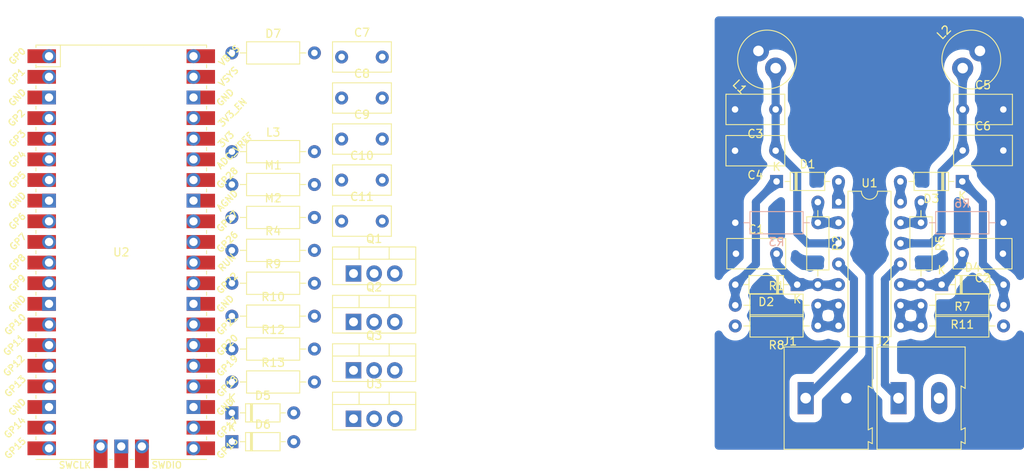
<source format=kicad_pcb>
(kicad_pcb (version 20221018) (generator pcbnew)
  (layers (0 "F.Cu" signal) (31 "B.Cu" signal) (34 "B.Paste" user) (35 "F.Paste" user) (36 "B.SilkS" user "B.Silkscreen") (37 "F.SilkS" user "F.Silkscreen") (38 "B.Mask" user) (39 "F.Mask" user) (44 "Edge.Cuts" user))
  (net 0 "")
  (net 1 "GND")
  (net 2 "Net-(D2-K)")
  (net 3 "Net-(D4-K)")
  (net 4 "/SINE_IN_L")
  (net 5 "/SINE_IN_R")
  (net 6 "VCC")
  (net 7 "Net-(D1-K)")
  (net 8 "Net-(D1-A)")
  (net 9 "Net-(D3-K)")
  (net 10 "Net-(D3-A)")
  (net 11 "VEE")
  (net 12 "/PEAK_OUT_L")
  (net 13 "Net-(U1A--)")
  (net 14 "/PEAK_OUT_R")
  (net 15 "/SENSOR_IN_R")
  (net 16 "/SENSOR_IN_L")
  (net 17 "Net-(U1D--)")
  (net 18 "VPP")
  (net 19 "Net-(D6-K)")
  (net 20 "Net-(D7-K)")
  (net 21 "+5V")
  (net 22 "Net-(D5-A)")
  (net 24 "Net-(Q1-B)")
  (net 25 "Net-(Q2-B)")
  (net 26 "Net-(Q3-G)")
  (net 27 "/MOTOR_PWM_L")
  (net 28 "/MOTOR_PWM_R")
  (net 29 "/BOOST_CONVERTER_PWM")
  (net 30 "/Boost Converter Feedback")
  (footprint "Capacitor_THT:C_Rect_L7.0mm_W3.5mm_P5.00mm" (layer "F.Cu") (at 148.640001 87.66)
    (fp_text reference "C5" (at 2.5 -3) (layer "F.SilkS"))
    (fp_text value "68n")
    (pad "1" thru_hole circle (at 0 0) (size 1.6 1.6) (drill 0.8) (layers "*.Cu" "*.Mask") (net 5 "/SINE_IN_R"))
    (pad "2" thru_hole circle (at 5 0) (size 1.6 1.6) (drill 0.8) (layers "*.Cu" "*.Mask") (net 1 "GND"))
  )
  (footprint "Resistor_THT:R_Axial_DIN0207_L6.3mm_D2.5mm_P10.16mm_Horizontal" (layer "F.Cu") (at 58.69 105)
    (fp_text reference "R4" (at 5.08 -2.37) (layer "F.SilkS"))
    (fp_text value "100")
    (pad "1" thru_hole circle (at 0 0) (size 1.6 1.6) (drill 0.8) (layers "*.Cu" "*.Mask") (net 27 "/MOTOR_PWM_L"))
    (pad "2" thru_hole oval (at 10.16 0) (size 1.6 1.6) (drill 0.8) (layers "*.Cu" "*.Mask") (net 24 "Net-(Q1-B)"))
  )
  (footprint "Capacitor_THT:C_Rect_L7.0mm_W3.5mm_P5.00mm" (layer "F.Cu") (at 72.2 81.2)
    (fp_text reference "C7" (at 2.5 -3) (layer "F.SilkS"))
    (fp_text value "1u")
    (pad "1" thru_hole circle (at 0 0) (size 1.6 1.6) (drill 0.8) (layers "*.Cu" "*.Mask") (net 18 "VPP"))
    (pad "2" thru_hole circle (at 5 0) (size 1.6 1.6) (drill 0.8) (layers "*.Cu" "*.Mask") (net 1 "GND"))
  )
  (footprint "Resistor_THT:R_Axial_DIN0207_L6.3mm_D2.5mm_P10.16mm_Horizontal" (layer "F.Cu") (at 153.67 111.76 180)
    (fp_text reference "R11" (at 5.08 -2.37) (layer "F.SilkS"))
    (fp_text value "10k")
    (pad "1" thru_hole circle (at 0 0 180) (size 1.6 1.6) (drill 0.8) (layers "*.Cu" "*.Mask") (net 9 "Net-(D3-K)"))
    (pad "2" thru_hole oval (at 10.16 0 180) (size 1.6 1.6) (drill 0.8) (layers "*.Cu" "*.Mask") (net 14 "/PEAK_OUT_R"))
  )
  (footprint "Package_TO_SOT_THT:TO-220-3_Vertical" (layer "F.Cu") (at 73.66 113.81)
    (fp_text reference "Q2" (at 2.54 -4.27) (layer "F.SilkS"))
    (fp_text value "TIP120")
    (pad "1" thru_hole rect (at 0 0) (size 1.905 2) (drill 1.1) (layers "*.Cu" "*.Mask") (net 25 "Net-(Q2-B)"))
    (pad "2" thru_hole oval (at 2.54 0) (size 1.905 2) (drill 1.1) (layers "*.Cu" "*.Mask") (net 20 "Net-(D7-K)"))
    (pad "3" thru_hole oval (at 5.08 0) (size 1.905 2) (drill 1.1) (layers "*.Cu" "*.Mask") (net 1 "GND"))
  )
  (footprint "Package_TO_SOT_THT:TO-220-3_Vertical" (layer "F.Cu") (at 73.66 107.85)
    (fp_text reference "Q1" (at 2.54 -4.27) (layer "F.SilkS"))
    (fp_text value "TIP120")
    (pad "1" thru_hole rect (at 0 0) (size 1.905 2) (drill 1.1) (layers "*.Cu" "*.Mask") (net 24 "Net-(Q1-B)"))
    (pad "2" thru_hole oval (at 2.54 0) (size 1.905 2) (drill 1.1) (layers "*.Cu" "*.Mask") (net 19 "Net-(D6-K)"))
    (pad "3" thru_hole oval (at 5.08 0) (size 1.905 2) (drill 1.1) (layers "*.Cu" "*.Mask") (net 1 "GND"))
  )
  (footprint "Diode_THT:D_DO-35_SOD27_P7.62mm_Horizontal" (layer "F.Cu") (at 58.69 128.55)
    (fp_text reference "D6" (at 3.81 -2.12) (layer "F.SilkS"))
    (fp_text value "1N4148")
    (fp_text user "K" (at 0 -1.8) (layer "F.SilkS"))
    (pad "1" thru_hole rect (at 0 0) (size 1.6 1.6) (drill 0.8) (layers "*.Cu" "*.Mask") (net 19 "Net-(D6-K)"))
    (pad "2" thru_hole oval (at 7.62 0) (size 1.6 1.6) (drill 0.8) (layers "*.Cu" "*.Mask") (net 1 "GND"))
  )
  (footprint "Capacitor_THT:C_Rect_L7.0mm_W3.5mm_P5.00mm" (layer "F.Cu") (at 120.73 105.41)
    (fp_text reference "C1" (at 2.5 -3) (layer "F.SilkS"))
    (fp_text value "1u")
    (pad "1" thru_hole circle (at 0 0) (size 1.6 1.6) (drill 0.8) (layers "*.Cu" "*.Mask") (net 1 "GND"))
    (pad "2" thru_hole circle (at 5 0) (size 1.6 1.6) (drill 0.8) (layers "*.Cu" "*.Mask") (net 2 "Net-(D2-K)"))
  )
  (footprint "Inductor_THT:L_Radial_D7.0mm_P3.00mm" (layer "F.Cu") (at 148.640001 82.575 45)
    (fp_text reference "L2" (at 1.5 -4.75 45) (layer "F.SilkS"))
    (fp_text value "220u")
    (pad "1" thru_hole circle (at 0 0 45) (size 2.6 2.6) (drill 1.3) (layers "*.Cu" "*.Mask") (net 5 "/SINE_IN_R"))
    (pad "2" thru_hole circle (at 3 0 45) (size 2.6 2.6) (drill 1.3) (layers "*.Cu" "*.Mask") (net 1 "GND"))
  )
  (footprint "Diode_THT:D_DO-35_SOD27_P7.62mm_Horizontal" (layer "F.Cu") (at 125.73 96.52)
    (fp_text reference "D1" (at 3.81 -2.12) (layer "F.SilkS"))
    (fp_text value "1N4148")
    (fp_text user "K" (at 0 -1.8) (layer "F.SilkS"))
    (pad "1" thru_hole rect (at 0 0) (size 1.6 1.6) (drill 0.8) (layers "*.Cu" "*.Mask") (net 7 "Net-(D1-K)"))
    (pad "2" thru_hole oval (at 7.62 0) (size 1.6 1.6) (drill 0.8) (layers "*.Cu" "*.Mask") (net 8 "Net-(D1-A)"))
  )
  (footprint "Resistor_THT:R_Axial_DIN0207_L6.3mm_D2.5mm_P10.16mm_Horizontal" (layer "F.Cu") (at 143.51 99.06 -90)
    (fp_text reference "R5" (at 5.08 -2.37 90) (layer "F.SilkS"))
    (fp_text value "15k")
    (pad "1" thru_hole circle (at 0 0 270) (size 1.6 1.6) (drill 0.8) (layers "*.Cu" "*.Mask") (net 17 "Net-(U1D--)"))
    (pad "2" thru_hole oval (at 10.16 0 270) (size 1.6 1.6) (drill 0.8) (layers "*.Cu" "*.Mask") (net 3 "Net-(D4-K)"))
  )
  (footprint "Capacitor_THT:C_Rect_L7.0mm_W3.5mm_P5.00mm" (layer "F.Cu") (at 72.2 86.25)
    (fp_text reference "C8" (at 2.5 -3) (layer "F.SilkS"))
    (fp_text value "100n")
    (pad "1" thru_hole circle (at 0 0) (size 1.6 1.6) (drill 0.8) (layers "*.Cu" "*.Mask") (net 19 "Net-(D6-K)"))
    (pad "2" thru_hole circle (at 5 0) (size 1.6 1.6) (drill 0.8) (layers "*.Cu" "*.Mask") (net 1 "GND"))
  )
  (footprint "Resistor_THT:R_Axial_DIN0207_L6.3mm_D2.5mm_P10.16mm_Horizontal" (layer "F.Cu") (at 58.69 121.2)
    (fp_text reference "R13" (at 5.08 -2.37) (layer "F.SilkS"))
    (fp_text value "500k")
    (pad "1" thru_hole circle (at 0 0) (size 1.6 1.6) (drill 0.8) (layers "*.Cu" "*.Mask") (net 30 "/Boost Converter Feedback"))
    (pad "2" thru_hole oval (at 10.16 0) (size 1.6 1.6) (drill 0.8) (layers "*.Cu" "*.Mask") (net 1 "GND"))
  )
  (footprint "Resistor_THT:R_Axial_DIN0207_L6.3mm_D2.5mm_P10.16mm_Horizontal" (layer "F.Cu") (at 58.69 117.15)
    (fp_text reference "R12" (at 5.08 -2.37) (layer "F.SilkS"))
    (fp_text value "1M")
    (pad "1" thru_hole circle (at 0 0) (size 1.6 1.6) (drill 0.8) (layers "*.Cu" "*.Mask") (net 18 "VPP"))
    (pad "2" thru_hole oval (at 10.16 0) (size 1.6 1.6) (drill 0.8) (layers "*.Cu" "*.Mask") (net 30 "/Boost Converter Feedback"))
  )
  (footprint "MCU_RaspberryPi_and_Boards:RPi_Pico_SMD_TH" (layer "F.Cu") (at 45.075 105.235)
    (fp_text reference "U2" (at 0 0) (layer "F.SilkS"))
    (fp_text value "Pico")
    (fp_text user "GP0" (at -12.8 -24.13 45) (layer "F.SilkS") (effects (font (size 0.8 0.8))))
    (fp_text user "GP11" (at -13.2 11.43 45) (layer "F.SilkS") (effects (font (size 0.8 0.8))))
    (fp_text user "SWDIO" (at 5.6 26.2) (layer "F.SilkS") (effects (font (size 0.8 0.8))))
    (fp_text user "GP3" (at -12.8 -13.97 45) (layer "F.SilkS") (effects (font (size 0.8 0.8))))
    (fp_text user "3V3_EN" (at 13.7 -17.2 45) (layer "F.SilkS") (effects (font (size 0.8 0.8))))
    (fp_text user "GND" (at -12.8 -19.05 45) (layer "F.SilkS") (effects (font (size 0.8 0.8))))
    (fp_text user "GP8" (at -12.8 1.27 45) (layer "F.SilkS") (effects (font (size 0.8 0.8))))
    (fp_text user "GP16" (at 13.054 24.13 45) (layer "F.SilkS") (effects (font (size 0.8 0.8))))
    (fp_text user "ADC_VREF" (at 14 -12.5 45) (layer "F.SilkS") (effects (font (size 0.8 0.8))))
    (fp_text user "GND" (at -12.8 19.05 45) (layer "F.SilkS") (effects (font (size 0.8 0.8))))
    (fp_text user "GND" (at -12.8 6.35 45) (layer "F.SilkS") (effects (font (size 0.8 0.8))))
    (fp_text user "GP10" (at -13.054 8.89 45) (layer "F.SilkS") (effects (font (size 0.8 0.8))))
    (fp_text user "GP20" (at 13.054 11.43 45) (layer "F.SilkS") (effects (font (size 0.8 0.8))))
    (fp_text user "GP7" (at -12.7 -1.3 45) (layer "F.SilkS") (effects (font (size 0.8 0.8))))
    (fp_text user "GP18" (at 13.054 16.51 45) (layer "F.SilkS") (effects (font (size 0.8 0.8))))
    (fp_text user "GP17" (at 13.054 21.59 45) (layer "F.SilkS") (effects (font (size 0.8 0.8))))
    (fp_text user "GP27" (at 13.054 -3.8 45) (layer "F.SilkS") (effects (font (size 0.8 0.8))))
    (fp_text user "GP13" (at -13.054 16.51 45) (layer "F.SilkS") (effects (font (size 0.8 0.8))))
    (fp_text user "GP26" (at 13.054 -1.27 45) (layer "F.SilkS") (effects (font (size 0.8 0.8))))
    (fp_text user "GP4" (at -12.8 -11.43 45) (layer "F.SilkS") (effects (font (size 0.8 0.8))))
    (fp_text user "GP6" (at -12.8 -3.81 45) (layer "F.SilkS") (effects (font (size 0.8 0.8))))
    (fp_text user "GP19" (at 13.054 13.97 45) (layer "F.SilkS") (effects (font (size 0.8 0.8))))
    (fp_text user "3V3" (at 12.9 -13.9 45) (layer "F.SilkS") (effects (font (size 0.8 0.8))))
    (fp_text user "GP21" (at 13.054 8.9 45) (layer "F.SilkS") (effects (font (size 0.8 0.8))))
    (fp_text user "VSYS" (at 13.2 -21.59 45) (layer "F.SilkS") (effects (font (size 0.8 0.8))))
    (fp_text user "GP9" (at -12.8 3.81 45) (layer "F.SilkS") (effects (font (size 0.8 0.8))))
    (fp_text user "GP22" (at 13.054 3.81 45) (layer "F.SilkS") (effects (font (size 0.8 0.8))))
    (fp_text user "GP1" (at -12.9 -21.6 45) (layer "F.SilkS") (effects (font (size 0.8 0.8))))
    (fp_text user "SWCLK" (at -5.7 26.2) (layer "F.SilkS") (effects (font (size 0.8 0.8))))
    (fp_text user "GP12" (at -13.2 13.97 45) (layer "F.SilkS") (effects (font (size 0.8 0.8))))
    (fp_text user "GND" (at 12.8 -19.05 45) (layer "F.SilkS") (effects (font (size 0.8 0.8))))
    (fp_text user "GND" (at 12.8 6.35 45) (layer "F.SilkS") (effects (font (size 0.8 0.8))))
    (fp_text user "GP15" (at -13.054 24.13 45) (layer "F.SilkS") (effects (font (size 0.8 0.8))))
    (fp_text user "VBUS" (at 13.3 -24.2 45) (layer "F.SilkS") (effects (font (size 0.8 0.8))))
    (fp_text user "GP5" (at -12.8 -8.89 45) (layer "F.SilkS") (effects (font (size 0.8 0.8))))
    (fp_text user "GP14" (at -13.1 21.59 45) (layer "F.SilkS") (effects (font (size 0.8 0.8))))
    (fp_text user "GND" (at -12.8 -6.35 45) (layer "F.SilkS") (effects (font (size 0.8 0.8))))
    (fp_text user "RUN" (at 13 1.27 45) (layer "F.SilkS") (effects (font (size 0.8 0.8))))
    (fp_text user "GP28" (at 13.054 -9.144 45) (layer "F.SilkS") (effects (font (size 0.8 0.8))))
    (fp_text user "AGND" (at 13.054 -6.35 45) (layer "F.SilkS") (effects (font (size 0.8 0.8))))
    (fp_text user "GND" (at 12.8 19.05 45) (layer "F.SilkS") (effects (font (size 0.8 0.8))))
    (fp_text user "GP2" (at -12.9 -16.51 45) (layer "F.SilkS") (effects (font (size 0.8 0.8))))
    (pad "" np_thru_hole oval (at -2.725 -24) (size 1.8 1.8) (drill 1.8) (layers "*.Cu" "*.Mask"))
    (pad "" np_thru_hole oval (at -2.425 -20.97) (size 1.5 1.5) (drill 1.5) (layers "*.Cu" "*.Mask"))
    (pad "" np_thru_hole oval (at 2.425 -20.97) (size 1.5 1.5) (drill 1.5) (layers "*.Cu" "*.Mask"))
    (pad "" np_thru_hole oval (at 2.725 -24) (size 1.8 1.8) (drill 1.8) (layers "*.Cu" "*.Mask"))
    (pad "1" thru_hole oval (at -8.89 -24.13) (size 1.7 1.7) (drill 1.02) (layers "*.Cu" "*.Mask") (net 27 "/MOTOR_PWM_L"))
    (pad "1" smd rect (at -8.89 -24.13) (size 3.5 1.7) (drill (offset -0.9 0)) (layers "F.Cu" "F.Mask") (net 27 "/MOTOR_PWM_L"))
    (pad "2" thru_hole oval (at -8.89 -21.59) (size 1.7 1.7) (drill 1.02) (layers "*.Cu" "*.Mask") (net 28 "/MOTOR_PWM_R"))
    (pad "2" smd rect (at -8.89 -21.59) (size 3.5 1.7) (drill (offset -0.9 0)) (layers "F.Cu" "F.Mask") (net 28 "/MOTOR_PWM_R"))
    (pad "3" thru_hole rect (at -8.89 -19.05) (size 1.7 1.7) (drill 1.02) (layers "*.Cu" "*.Mask") (net 1 "GND"))
    (pad "3" smd rect (at -8.89 -19.05) (size 3.5 1.7) (drill (offset -0.9 0)) (layers "F.Cu" "F.Mask") (net 1 "GND"))
    (pad "4" thru_hole oval (at -8.89 -16.51) (size 1.7 1.7) (drill 1.02) (layers "*.Cu" "*.Mask") (net 29 "/BOOST_CONVERTER_PWM"))
    (pad "4" smd rect (at -8.89 -16.51) (size 3.5 1.7) (drill (offset -0.9 0)) (layers "F.Cu" "F.Mask") (net 29 "/BOOST_CONVERTER_PWM"))
    (pad "5" thru_hole oval (at -8.89 -13.97) (size 1.7 1.7) (drill 1.02) (layers "*.Cu" "*.Mask"))
    (pad "5" smd rect (at -8.89 -13.97) (size 3.5 1.7) (drill (offset -0.9 0)) (layers "F.Cu" "F.Mask"))
    (pad "6" thru_hole oval (at -8.89 -11.43) (size 1.7 1.7) (drill 1.02) (layers "*.Cu" "*.Mask"))
    (pad "6" smd rect (at -8.89 -11.43) (size 3.5 1.7) (drill (offset -0.9 0)) (layers "F.Cu" "F.Mask"))
    (pad "7" thru_hole oval (at -8.89 -8.89) (size 1.7 1.7) (drill 1.02) (layers "*.Cu" "*.Mask"))
    (pad "7" smd rect (at -8.89 -8.89) (size 3.5 1.7) (drill (offset -0.9 0)) (layers "F.Cu" "F.Mask"))
    (pad "8" thru_hole rect (at -8.89 -6.35) (size 1.7 1.7) (drill 1.02) (layers "*.Cu" "*.Mask") (net 1 "GND"))
    (pad "8" smd rect (at -8.89 -6.35) (size 3.5 1.7) (drill (offset -0.9 0)) (layers "F.Cu" "F.Mask") (net 1 "GND"))
    (pad "9" thru_hole oval (at -8.89 -3.81) (size 1.7 1.7) (drill 1.02) (layers "*.Cu" "*.Mask"))
    (pad "9" smd rect (at -8.89 -3.81) (size 3.5 1.7) (drill (offset -0.9 0)) (layers "F.Cu" "F.Mask"))
    (pad "10" thru_hole oval (at -8.89 -1.27) (size 1.7 1.7) (drill 1.02) (layers "*.Cu" "*.Mask"))
    (pad "10" smd rect (at -8.89 -1.27) (size 3.5 1.7) (drill (offset -0.9 0)) (layers "F.Cu" "F.Mask"))
    (pad "11" thru_hole oval (at -8.89 1.27) (size 1.7 1.7) (drill 1.02) (layers "*.Cu" "*.Mask"))
    (pad "11" smd rect (at -8.89 1.27) (size 3.5 1.7) (drill (offset -0.9 0)) (layers "F.Cu" "F.Mask"))
    (pad "12" thru_hole oval (at -8.89 3.81) (size 1.7 1.7) (drill 1.02) (layers "*.Cu" "*.Mask"))
    (pad "12" smd rect (at -8.89 3.81) (size 3.5 1.7) (drill (offset -0.9 0)) (layers "F.Cu" "F.Mask"))
    (pad "13" thru_hole rect (at -8.89 6.35) (size 1.7 1.7) (drill 1.02) (layers "*.Cu" "*.Mask") (net 1 "GND"))
    (pad "13" smd rect (at -8.89 6.35) (size 3.5 1.7) (drill (offset -0.9 0)) (layers "F.Cu" "F.Mask") (net 1 "GND"))
    (pad "14" thru_hole oval (at -8.89 8.89) (size 1.7 1.7) (drill 1.02) (layers "*.Cu" "*.Mask"))
    (pad "14" smd rect (at -8.89 8.89) (size 3.5 1.7) (drill (offset -0.9 0)) (layers "F.Cu" "F.Mask"))
    (pad "15" thru_hole oval (at -8.89 11.43) (size 1.7 1.7) (drill 1.02) (layers "*.Cu" "*.Mask"))
    (pad "15" smd rect (at -8.89 11.43) (size 3.5 1.7) (drill (offset -0.9 0)) (layers "F.Cu" "F.Mask"))
    (pad "16" thru_hole oval (at -8.89 13.97) (size 1.7 1.7) (drill 1.02) (layers "*.Cu" "*.Mask"))
    (pad "16" smd rect (at -8.89 13.97) (size 3.5 1.7) (drill (offset -0.9 0)) (layers "F.Cu" "F.Mask"))
    (pad "17" thru_hole oval (at -8.89 16.51) (size 1.7 1.7) (drill 1.02) (layers "*.Cu" "*.Mask"))
    (pad "17" smd rect (at -8.89 16.51) (size 3.5 1.7) (drill (offset -0.9 0)) (layers "F.Cu" "F.Mask"))
    (pad "18" thru_hole rect (at -8.89 19.05) (size 1.7 1.7) (drill 1.02) (layers "*.Cu" "*.Mask") (net 1 "GND"))
    (pad "18" smd rect (at -8.89 19.05) (size 3.5 1.7) (drill (offset -0.9 0)) (layers "F.Cu" "F.Mask") (net 1 "GND"))
    (pad "19" thru_hole oval (at -8.89 21.59) (size 1.7 1.7) (drill 1.02) (layers "*.Cu" "*.Mask"))
    (pad "19" smd rect (at -8.89 21.59) (size 3.5 1.7) (drill (offset -0.9 0)) (layers "F.Cu" "F.Mask"))
    (pad "20" thru_hole oval (at -8.89 24.13) (size 1.7 1.7) (drill 1.02) (layers "*.Cu" "*.Mask"))
    (pad "20" smd rect (at -8.89 24.13) (size 3.5 1.7) (drill (offset -0.9 0)) (layers "F.Cu" "F.Mask"))
    (pad "21" thru_hole oval (at 8.89 24.13) (size 1.7 1.7) (drill 1.02) (layers "*.Cu" "*.Mask"))
    (pad "21" smd rect (at 8.89 24.13) (size 3.5 1.7) (drill (offset 0.9 0)) (layers "F.Cu" "F.Mask"))
    (pad "22" thru_hole oval (at 8.89 21.59) (size 1.7 1.7) (drill 1.02) (layers "*.Cu" "*.Mask"))
    (pad "22" smd rect (at 8.89 21.59) (size 3.5 1.7) (drill (offset 0.9 0)) (layers "F.Cu" "F.Mask"))
    (pad "23" thru_hole rect (at 8.89 19.05) (size 1.7 1.7) (drill 1.02) (layers "*.Cu" "*.Mask") (net 1 "GND"))
    (pad "23" smd rect (at 8.89 19.05) (size 3.5 1.7) (drill (offset 0.9 0)) (layers "F.Cu" "F.Mask") (net 1 "GND"))
    (pad "24" thru_hole oval (at 8.89 16.51) (size 1.7 1.7) (drill 1.02) (layers "*.Cu" "*.Mask"))
    (pad "24" smd rect (at 8.89 16.51) (size 3.5 1.7) (drill (offset 0.9 0)) (layers "F.Cu" "F.Mask"))
    (pad "25" thru_hole oval (at 8.89 13.97) (size 1.7 1.7) (drill 1.02) (layers "*.Cu" "*.Mask"))
    (pad "25" smd rect (at 8.89 13.97) (size 3.5 1.7) (drill (offset 0.9 0)) (layers "F.Cu" "F.Mask"))
    (pad "26" thru_hole oval (at 8.89 11.43) (size 1.7 1.7) (drill 1.02) (layers "*.Cu" "*.Mask"))
    (pad "26" smd rect (at 8.89 11.43) (size 3.5 1.7) (drill (offset 0.9 0)) (layers "F.Cu" "F.Mask"))
    (pad "27" thru_hole oval (at 8.89 8.89) (size 1.7 1.7) (drill 1.02) (layers "*.Cu" "*.Mask"))
    (pad "27" smd rect (at 8.89 8.89) (size 3.5 1.7) (drill (offset 0.9 0)) (layers "F.Cu" "F.Mask"))
    (pad "28" thru_hole rect (at 8.89 6.35) (size 1.7 1.7) (drill 1.02) (layers "*.Cu" "*.Mask") (net 1 "GND"))
    (pad "28" smd rect (at 8.89 6.35) (size 3.5 1.7) (drill (offset 0.9 0)) (layers "F.Cu" "F.Mask") (net 1 "GND"))
    (pad "29" thru_hole oval (at 8.89 3.81) (size 1.7 1.7) (drill 1.02) (layers "*.Cu" "*.Mask"))
    (pad "29" smd rect (at 8.89 3.81) (size 3.5 1.7) (drill (offset 0.9 0)) (layers "F.Cu" "F.Mask"))
    (pad "30" thru_hole oval (at 8.89 1.27) (size 1.7 1.7) (drill 1.02) (layers "*.Cu" "*.Mask"))
    (pad "30" smd rect (at 8.89 1.27) (size 3.5 1.7) (drill (offset 0.9 0)) (layers "F.Cu" "F.Mask"))
    (pad "31" thru_hole oval (at 8.89 -1.27) (size 1.7 1.7) (drill 1.02) (layers "*.Cu" "*.Mask") (net 15 "/SENSOR_IN_R"))
    (pad "31" smd rect (at 8.89 -1.27) (size 3.5 1.7) (drill (offset 0.9 0)) (layers "F.Cu" "F.Mask") (net 15 "/SENSOR_IN_R"))
    (pad "32" thru_hole oval (at 8.89 -3.81) (size 1.7 1.7) (drill 1.02) (layers "*.Cu" "*.Mask") (net 16 "/SENSOR_IN_L"))
    (pad "32" smd rect (at 8.89 -3.81) (size 3.5 1.7) (drill (offset 0.9 0)) (layers "F.Cu" "F.Mask") (net 16 "/SENSOR_IN_L"))
    (pad "33" thru_hole rect (at 8.89 -6.35) (size 1.7 1.7) (drill 1.02) (layers "*.Cu" "*.Mask"))
    (pad "33" smd rect (at 8.89 -6.35) (size 3.5 1.7) (drill (offset 0.9 0)) (layers "F.Cu" "F.Mask"))
    (pad "34" thru_hole oval (at 8.89 -8.89) (size 1.7 1.7) (drill 1.02) (layers "*.Cu" "*.Mask") (net 30 "/Boost Converter Feedback"))
    (pad "34" smd rect (at 8.89 -8.89) (size 3.5 1.7) (drill (offset 0.9 0)) (layers "F.Cu" "F.Mask") (net 30 "/Boost Converter Feedback"))
    (pad "35" thru_hole oval (at 8.89 -11.43) (size 1.7 1.7) (drill 1.02) (layers "*.Cu" "*.Mask"))
    (pad "35" smd rect (at 8.89 -11.43) (size 3.5 1.7) (drill (offset 0.9 0)) (layers "F.Cu" "F.Mask"))
    (pad "36" thru_hole oval (at 8.89 -13.97) (size 1.7 1.7) (drill 1.02) (layers "*.Cu" "*.Mask"))
    (pad "36" smd rect (at 8.89 -13.97) (size 3.5 1.7) (drill (offset 0.9 0)) (layers "F.Cu" "F.Mask"))
    (pad "37" thru_hole oval (at 8.89 -16.51) (size 1.7 1.7) (drill 1.02) (layers "*.Cu" "*.Mask"))
    (pad "37" smd rect (at 8.89 -16.51) (size 3.5 1.7) (drill (offset 0.9 0)) (layers "F.Cu" "F.Mask"))
    (pad "38" thru_hole rect (at 8.89 -19.05) (size 1.7 1.7) (drill 1.02) (layers "*.Cu" "*.Mask") (net 1 "GND"))
    (pad "38" smd rect (at 8.89 -19.05) (size 3.5 1.7) (drill (offset 0.9 0)) (layers "F.Cu" "F.Mask") (net 1 "GND"))
    (pad "39" thru_hole oval (at 8.89 -21.59) (size 1.7 1.7) (drill 1.02) (layers "*.Cu" "*.Mask") (net 21 "+5V"))
    (pad "39" smd rect (at 8.89 -21.59) (size 3.5 1.7) (drill (offset 0.9 0)) (layers "F.Cu" "F.Mask") (net 21 "+5V"))
    (pad "40" thru_hole oval (at 8.89 -24.13) (size 1.7 1.7) (drill 1.02) (layers "*.Cu" "*.Mask"))
    (pad "40" smd rect (at 8.89 -24.13) (size 3.5 1.7) (drill (offset 0.9 0)) (layers "F.Cu" "F.Mask"))
    (pad "41" thru_hole oval (at -2.54 23.9) (size 1.7 1.7) (drill 1.02) (layers "*.Cu" "*.Mask"))
    (pad "41" smd rect (at -2.54 23.9 90) (size 3.5 1.7) (drill (offset -0.9 0)) (layers "F.Cu" "F.Mask"))
    (pad "42" thru_hole rect (at 0 23.9) (size 1.7 1.7) (drill 1.02) (layers "*.Cu" "*.Mask") (net 1 "GND"))
    (pad "42" smd rect (at 0 23.9 90) (size 3.5 1.7) (drill (offset -0.9 0)) (layers "F.Cu" "F.Mask") (net 1 "GND"))
    (pad "43" thru_hole oval (at 2.54 23.9) (size 1.7 1.7) (drill 1.02) (layers "*.Cu" "*.Mask"))
    (pad "43" smd rect (at 2.54 23.9 90) (size 3.5 1.7) (drill (offset -0.9 0)) (layers "F.Cu" "F.Mask"))
  )
  (footprint "Resistor_THT:R_Axial_DIN0207_L6.3mm_D2.5mm_P10.16mm_Horizontal" (layer "F.Cu") (at 58.69 100.95)
    (fp_text reference "M2" (at 5.08 -2.37) (layer "F.SilkS"))
    (fp_text value "Motor_DC")
    (pad "1" thru_hole circle (at 0 0) (size 1.6 1.6) (drill 0.8) (layers "*.Cu" "*.Mask") (net 6 "VCC"))
    (pad "2" thru_hole oval (at 10.16 0) (size 1.6 1.6) (drill 0.8) (layers "*.Cu" "*.Mask") (net 20 "Net-(D7-K)"))
  )
  (footprint "Diode_THT:D_DO-35_SOD27_P7.62mm_Horizontal" (layer "F.Cu") (at 146.05 109.22)
    (fp_text reference "D4" (at 3.81 -2.12) (layer "F.SilkS"))
    (fp_text value "1N4148")
    (fp_text user "K" (at 0 -1.8) (layer "F.SilkS"))
    (pad "1" thru_hole rect (at 0 0) (size 1.6 1.6) (drill 0.8) (layers "*.Cu" "*.Mask") (net 3 "Net-(D4-K)"))
    (pad "2" thru_hole oval (at 7.62 0) (size 1.6 1.6) (drill 0.8) (layers "*.Cu" "*.Mask") (net 9 "Net-(D3-K)"))
  )
  (footprint "Package_TO_SOT_THT:TO-220-3_Vertical" (layer "F.Cu") (at 73.66 125.73)
    (fp_text reference "U3" (at 2.54 -4.27) (layer "F.SilkS"))
    (fp_text value "uA7805")
    (pad "1" thru_hole rect (at 0 0) (size 1.905 2) (drill 1.1) (layers "*.Cu" "*.Mask") (net 6 "VCC"))
    (pad "2" thru_hole oval (at 2.54 0) (size 1.905 2) (drill 1.1) (layers "*.Cu" "*.Mask") (net 1 "GND"))
    (pad "3" thru_hole oval (at 5.08 0) (size 1.905 2) (drill 1.1) (layers "*.Cu" "*.Mask") (net 21 "+5V"))
  )
  (footprint "Inductor_THT:L_Radial_D7.0mm_P3.00mm" (layer "F.Cu") (at 125.620001 82.575 135)
    (fp_text reference "L1" (at 1.5 -4.75 135) (layer "F.SilkS"))
    (fp_text value "220u")
    (pad "1" thru_hole circle (at 0 0 135) (size 2.6 2.6) (drill 1.3) (layers "*.Cu" "*.Mask") (net 4 "/SINE_IN_L"))
    (pad "2" thru_hole circle (at 3 0 135) (size 2.6 2.6) (drill 1.3) (layers "*.Cu" "*.Mask") (net 1 "GND"))
  )
  (footprint "Capacitor_THT:C_Rect_L7.0mm_W3.5mm_P5.00mm" (layer "F.Cu") (at 153.59 105.41 180)
    (fp_text reference "C2" (at 2.5 -3) (layer "F.SilkS"))
    (fp_text value "1u")
    (pad "1" thru_hole circle (at 0 0 180) (size 1.6 1.6) (drill 0.8) (layers "*.Cu" "*.Mask") (net 1 "GND"))
    (pad "2" thru_hole circle (at 5 0 180) (size 1.6 1.6) (drill 0.8) (layers "*.Cu" "*.Mask") (net 3 "Net-(D4-K)"))
  )
  (footprint "Resistor_THT:R_Axial_DIN0207_L6.3mm_D2.5mm_P10.16mm_Horizontal" (layer "F.Cu") (at 58.69 113.1)
    (fp_text reference "R10" (at 5.08 -2.37) (layer "F.SilkS"))
    (fp_text value "100")
    (pad "1" thru_hole circle (at 0 0) (size 1.6 1.6) (drill 0.8) (layers "*.Cu" "*.Mask") (net 29 "/BOOST_CONVERTER_PWM"))
    (pad "2" thru_hole oval (at 10.16 0) (size 1.6 1.6) (drill 0.8) (layers "*.Cu" "*.Mask") (net 26 "Net-(Q3-G)"))
  )
  (footprint "Resistor_THT:R_Axial_DIN0207_L6.3mm_D2.5mm_P10.16mm_Horizontal" (layer "F.Cu") (at 120.65 111.76)
    (fp_text reference "R1" (at 5.08 -2.37) (layer "F.SilkS"))
    (fp_text value "10k")
    (pad "1" thru_hole circle (at 0 0) (size 1.6 1.6) (drill 0.8) (layers "*.Cu" "*.Mask") (net 7 "Net-(D1-K)"))
    (pad "2" thru_hole oval (at 10.16 0) (size 1.6 1.6) (drill 0.8) (layers "*.Cu" "*.Mask") (net 12 "/PEAK_OUT_L"))
  )
  (footprint "Capacitor_THT:C_Rect_L7.0mm_W3.5mm_P5.00mm" (layer "F.Cu") (at 72.2 96.35)
    (fp_text reference "C10" (at 2.5 -3) (layer "F.SilkS"))
    (fp_text value "330n")
    (pad "1" thru_hole circle (at 0 0) (size 1.6 1.6) (drill 0.8) (layers "*.Cu" "*.Mask") (net 6 "VCC"))
    (pad "2" thru_hole circle (at 5 0) (size 1.6 1.6) (drill 0.8) (layers "*.Cu" "*.Mask") (net 1 "GND"))
  )
  (footprint "TerminalBlock:TerminalBlock_Altech_AK300-2_P5.00mm" (layer "F.Cu") (at 140.745 123.19)
    (fp_text reference "J2" (at -1.92 -6.99) (layer "F.SilkS"))
    (fp_text value "Screw_Terminal_01x02")
    (pad "1" thru_hole rect (at 0 0) (size 1.98 3.96) (drill 1.32) (layers "*.Cu" "*.Mask") (net 11 "VEE"))
    (pad "2" thru_hole oval (at 5 0) (size 1.98 3.96) (drill 1.32) (layers "*.Cu" "*.Mask"))
  )
  (footprint "Resistor_THT:R_Axial_DIN0207_L6.3mm_D2.5mm_P10.16mm_Horizontal" (layer "F.Cu") (at 130.81 114.3 180)
    (fp_text reference "R8" (at 5.08 -2.37) (layer "F.SilkS"))
    (fp_text value "10k")
    (pad "1" thru_hole circle (at 0 0 180) (size 1.6 1.6) (drill 0.8) (layers "*.Cu" "*.Mask") (net 12 "/PEAK_OUT_L"))
    (pad "2" thru_hole oval (at 10.16 0 180) (size 1.6 1.6) (drill 0.8) (layers "*.Cu" "*.Mask") (net 16 "/SENSOR_IN_L"))
  )
  (footprint "Diode_THT:D_DO-35_SOD27_P7.62mm_Horizontal" (layer "F.Cu") (at 148.590001 96.52 180)
    (fp_text reference "D3" (at 3.81 -2.12) (layer "F.SilkS"))
    (fp_text value "1N4148")
    (fp_text user "K" (at 0 -1.8) (layer "F.SilkS"))
    (pad "1" thru_hole rect (at 0 0 180) (size 1.6 1.6) (drill 0.8) (layers "*.Cu" "*.Mask") (net 9 "Net-(D3-K)"))
    (pad "2" thru_hole oval (at 7.62 0 180) (size 1.6 1.6) (drill 0.8) (layers "*.Cu" "*.Mask") (net 10 "Net-(D3-A)"))
  )
  (footprint "Diode_THT:D_DO-35_SOD27_P7.62mm_Horizontal" (layer "F.Cu") (at 58.69 125)
    (fp_text reference "D5" (at 3.81 -2.12) (layer "F.SilkS"))
    (fp_text value "1N4148")
    (fp_text user "K" (at 0 -1.8) (layer "F.SilkS"))
    (pad "1" thru_hole rect (at 0 0) (size 1.6 1.6) (drill 0.8) (layers "*.Cu" "*.Mask") (net 18 "VPP"))
    (pad "2" thru_hole oval (at 7.62 0) (size 1.6 1.6) (drill 0.8) (layers "*.Cu" "*.Mask") (net 22 "Net-(D5-A)"))
  )
  (footprint "TerminalBlock:TerminalBlock_Altech_AK300-2_P5.00mm" (layer "F.Cu") (at 129.315 123.19)
    (fp_text reference "J1" (at -1.92 -6.99) (layer "F.SilkS"))
    (fp_text value "Screw_Terminal_01x02")
    (pad "1" thru_hole rect (at 0 0) (size 1.98 3.96) (drill 1.32) (layers "*.Cu" "*.Mask") (net 6 "VCC"))
    (pad "2" thru_hole oval (at 5 0) (size 1.98 3.96) (drill 1.32) (layers "*.Cu" "*.Mask") (net 1 "GND"))
  )
  (footprint "Resistor_THT:R_Axial_DIN0207_L6.3mm_D2.5mm_P10.16mm_Horizontal" (layer "F.Cu") (at 130.81 99.06 -90)
    (fp_text reference "R2" (at 5.08 -2.37 90) (layer "F.SilkS"))
    (fp_text value "15k")
    (pad "1" thru_hole circle (at 0 0 270) (size 1.6 1.6) (drill 0.8) (layers "*.Cu" "*.Mask") (net 13 "Net-(U1A--)"))
    (pad "2" thru_hole oval (at 10.16 0 270) (size 1.6 1.6) (drill 0.8) (layers "*.Cu" "*.Mask") (net 2 "Net-(D2-K)"))
  )
  (footprint "Resistor_THT:R_Axial_DIN0207_L6.3mm_D2.5mm_P10.16mm_Horizontal" (layer "F.Cu") (at 58.69 96.9)
    (fp_text reference "M1" (at 5.08 -2.37) (layer "F.SilkS"))
    (fp_text value "Motor_DC")
    (pad "1" thru_hole circle (at 0 0) (size 1.6 1.6) (drill 0.8) (layers "*.Cu" "*.Mask") (net 6 "VCC"))
    (pad "2" thru_hole oval (at 10.16 0) (size 1.6 1.6) (drill 0.8) (layers "*.Cu" "*.Mask") (net 19 "Net-(D6-K)"))
  )
  (footprint "Resistor_THT:R_Axial_DIN0207_L6.3mm_D2.5mm_P10.16mm_Horizontal" (layer "F.Cu") (at 143.51 114.3)
    (fp_text reference "R7" (at 5.08 -2.37) (layer "F.SilkS"))
    (fp_text value "10k")
    (pad "1" thru_hole circle (at 0 0) (size 1.6 1.6) (drill 0.8) (layers "*.Cu" "*.Mask") (net 14 "/PEAK_OUT_R"))
    (pad "2" thru_hole oval (at 10.16 0) (size 1.6 1.6) (drill 0.8) (layers "*.Cu" "*.Mask") (net 15 "/SENSOR_IN_R"))
  )
  (footprint "Capacitor_THT:C_Rect_L7.0mm_W3.5mm_P5.00mm" (layer "F.Cu") (at 72.2 91.3)
    (fp_text reference "C9" (at 2.5 -3) (layer "F.SilkS"))
    (fp_text value "100n")
    (pad "1" thru_hole circle (at 0 0) (size 1.6 1.6) (drill 0.8) (layers "*.Cu" "*.Mask") (net 20 "Net-(D7-K)"))
    (pad "2" thru_hole circle (at 5 0) (size 1.6 1.6) (drill 0.8) (layers "*.Cu" "*.Mask") (net 1 "GND"))
  )
  (footprint "Diode_THT:D_DO-35_SOD27_P7.62mm_Horizontal" (layer "F.Cu") (at 128.27 109.22 180)
    (fp_text reference "D2" (at 3.81 -2.12) (layer "F.SilkS"))
    (fp_text value "1N4148")
    (fp_text user "K" (at 0 -1.8) (layer "F.SilkS"))
    (pad "1" thru_hole rect (at 0 0 180) (size 1.6 1.6) (drill 0.8) (layers "*.Cu" "*.Mask") (net 2 "Net-(D2-K)"))
    (pad "2" thru_hole oval (at 7.62 0 180) (size 1.6 1.6) (drill 0.8) (layers "*.Cu" "*.Mask") (net 7 "Net-(D1-K)"))
  )
  (footprint "Capacitor_THT:C_Rect_L7.0mm_W3.5mm_P5.00mm" (layer "F.Cu") (at 72.2 101.4)
    (fp_text reference "C11" (at 2.5 -3) (layer "F.SilkS"))
    (fp_text value "330n")
    (pad "1" thru_hole circle (at 0 0) (size 1.6 1.6) (drill 0.8) (layers "*.Cu" "*.Mask") (net 21 "+5V"))
    (pad "2" thru_hole circle (at 5 0) (size 1.6 1.6) (drill 0.8) (layers "*.Cu" "*.Mask") (net 1 "GND"))
  )
  (footprint "Resistor_THT:R_Axial_DIN0207_L6.3mm_D2.5mm_P10.16mm_Horizontal" (layer "F.Cu") (at 58.69 80.7)
    (fp_text reference "D7" (at 5.08 -2.37) (layer "F.SilkS"))
    (fp_text value "1N4148")
    (pad "1" thru_hole circle (at 0 0) (size 1.6 1.6) (drill 0.8) (layers "*.Cu" "*.Mask") (net 20 "Net-(D7-K)"))
    (pad "2" thru_hole oval (at 10.16 0) (size 1.6 1.6) (drill 0.8) (layers "*.Cu" "*.Mask") (net 1 "GND"))
  )
  (footprint "Resistor_THT:R_Axial_DIN0207_L6.3mm_D2.5mm_P10.16mm_Horizontal" (layer "F.Cu") (at 58.69 109.05)
    (fp_text reference "R9" (at 5.08 -2.37) (layer "F.SilkS"))
    (fp_text value "100")
    (pad "1" thru_hole circle (at 0 0) (size 1.6 1.6) (drill 0.8) (layers "*.Cu" "*.Mask") (net 28 "/MOTOR_PWM_R"))
    (pad "2" thru_hole oval (at 10.16 0) (size 1.6 1.6) (drill 0.8) (layers "*.Cu" "*.Mask") (net 25 "Net-(Q2-B)"))
  )
  (footprint "Capacitor_THT:C_Rect_L7.0mm_W3.5mm_P5.00mm" (layer "F.Cu") (at 125.620001 87.655 180)
    (fp_text reference "C3" (at 2.5 -3) (layer "F.SilkS"))
    (fp_text value "68n")
    (pad "1" thru_hole circle (at 0 0 180) (size 1.6 1.6) (drill 0.8) (layers "*.Cu" "*.Mask") (net 4 "/SINE_IN_L"))
    (pad "2" thru_hole circle (at 5 0 180) (size 1.6 1.6) (drill 0.8) (layers "*.Cu" "*.Mask") (net 1 "GND"))
  )
  (footprint "Resistor_THT:R_Axial_DIN0207_L6.3mm_D2.5mm_P10.16mm_Horizontal" (layer "F.Cu") (at 58.69 92.85)
    (fp_text reference "L3" (at 5.08 -2.37) (layer "F.SilkS"))
    (fp_text value "10u")
    (pad "1" thru_hole circle (at 0 0) (size 1.6 1.6) (drill 0.8) (layers "*.Cu" "*.Mask") (net 6 "VCC"))
    (pad "2" thru_hole oval (at 10.16 0) (size 1.6 1.6) (drill 0.8) (layers "*.Cu" "*.Mask") (net 22 "Net-(D5-A)"))
  )
  (footprint "Package_DIP:DIP-14_W7.62mm" (layer "F.Cu") (at 133.36 99.055)
    (fp_text reference "U1" (at 3.81 -2.33) (layer "F.SilkS"))
    (fp_text value "TL074")
    (pad "1" thru_hole rect (at 0 0) (size 1.6 1.6) (drill 0.8) (layers "*.Cu" "*.Mask") (net 8 "Net-(D1-A)"))
    (pad "2" thru_hole oval (at 0 2.54) (size 1.6 1.6) (drill 0.8) (layers "*.Cu" "*.Mask") (net 13 "Net-(U1A--)"))
    (pad "3" thru_hole oval (at 0 5.08) (size 1.6 1.6) (drill 0.8) (layers "*.Cu" "*.Mask") (net 4 "/SINE_IN_L"))
    (pad "4" thru_hole oval (at 0 7.62) (size 1.6 1.6) (drill 0.8) (layers "*.Cu" "*.Mask") (net 6 "VCC"))
    (pad "5" thru_hole oval (at 0 10.16) (size 1.6 1.6) (drill 0.8) (layers "*.Cu" "*.Mask") (net 2 "Net-(D2-K)"))
    (pad "6" thru_hole oval (at 0 12.7) (size 1.6 1.6) (drill 0.8) (layers "*.Cu" "*.Mask") (net 12 "/PEAK_OUT_L"))
    (pad "7" thru_hole oval (at 0 15.24) (size 1.6 1.6) (drill 0.8) (layers "*.Cu" "*.Mask") (net 12 "/PEAK_OUT_L"))
    (pad "8" thru_hole oval (at 7.62 15.24) (size 1.6 1.6) (drill 0.8) (layers "*.Cu" "*.Mask") (net 14 "/PEAK_OUT_R"))
    (pad "9" thru_hole oval (at 7.62 12.7) (size 1.6 1.6) (drill 0.8) (layers "*.Cu" "*.Mask") (net 14 "/PEAK_OUT_R"))
    (pad "10" thru_hole oval (at 7.62 10.16) (size 1.6 1.6) (drill 0.8) (layers "*.Cu" "*.Mask") (net 3 "Net-(D4-K)"))
    (pad "11" thru_hole oval (at 7.62 7.62) (size 1.6 1.6) (drill 0.8) (layers "*.Cu" "*.Mask") (net 11 "VEE"))
    (pad "12" thru_hole oval (at 7.62 5.08) (size 1.6 1.6) (drill 0.8) (layers "*.Cu" "*.Mask") (net 5 "/SINE_IN_R"))
    (pad "13" thru_hole oval (at 7.62 2.54) (size 1.6 1.6) (drill 0.8) (layers "*.Cu" "*.Mask") (net 17 "Net-(U1D--)"))
    (pad "14" thru_hole oval (at 7.62 0) (size 1.6 1.6) (drill 0.8) (layers "*.Cu" "*.Mask") (net 10 "Net-(D3-A)"))
  )
  (footprint "Capacitor_THT:C_Rect_L7.0mm_W3.5mm_P5.00mm" (layer "F.Cu") (at 148.640001 92.71)
    (fp_text reference "C6" (at 2.5 -3) (layer "F.SilkS"))
    (fp_text value "220n")
    (pad "1" thru_hole circle (at 0 0) (size 1.6 1.6) (drill 0.8) (layers "*.Cu" "*.Mask") (net 5 "/SINE_IN_R"))
    (pad "2" thru_hole circle (at 5 0) (size 1.6 1.6) (drill 0.8) (layers "*.Cu" "*.Mask") (net 1 "GND"))
  )
  (footprint "Capacitor_THT:C_Rect_L7.0mm_W3.5mm_P5.00mm" (layer "F.Cu") (at 125.620001 92.735 180)
    (fp_text reference "C4" (at 2.5 -3) (layer "F.SilkS"))
    (fp_text value "220n")
    (pad "1" thru_hole circle (at 0 0 180) (size 1.6 1.6) (drill 0.8) (layers "*.Cu" "*.Mask") (net 4 "/SINE_IN_L"))
    (pad "2" thru_hole circle (at 5 0 180) (size 1.6 1.6) (drill 0.8) (layers "*.Cu" "*.Mask") (net 1 "GND"))
  )
  (footprint "Package_TO_SOT_THT:TO-220-3_Vertical" (layer "F.Cu") (at 73.66 119.77)
    (fp_text reference "Q3" (at 2.54 -4.27) (layer "F.SilkS"))
    (fp_text value "NMOS")
    (pad "1" thru_hole rect (at 0 0) (size 1.905 2) (drill 1.1) (layers "*.Cu" "*.Mask") (net 22 "Net-(D5-A)"))
    (pad "2" thru_hole oval (at 2.54 0) (size 1.905 2) (drill 1.1) (layers "*.Cu" "*.Mask") (net 26 "Net-(Q3-G)"))
    (pad "3" thru_hole oval (at 5.08 0) (size 1.905 2) (drill 1.1) (layers "*.Cu" "*.Mask") (net 1 "GND"))
  )
  (footprint "Resistor_THT:R_Axial_DIN0207_L6.3mm_D2.5mm_P10.16mm_Horizontal" (layer "B.Cu") (at 153.67 101.6 180)
    (fp_text reference "R6" (at 5.08 2.37) (layer "B.SilkS") (effects (justify mirror)))
    (fp_text value "1k")
    (pad "1" thru_hole circle (at 0 0 180) (size 1.6 1.6) (drill 0.8) (layers "*.Cu" "*.Mask") (net 1 "GND"))
    (pad "2" thru_hole oval (at 10.16 0 180) (size 1.6 1.6) (drill 0.8) (layers "*.Cu" "*.Mask") (net 17 "Net-(U1D--)"))
  )
  (footprint "Resistor_THT:R_Axial_DIN0207_L6.3mm_D2.5mm_P10.16mm_Horizontal" (layer "B.Cu") (at 120.65 101.6)
    (fp_text reference "R3" (at 5.08 2.37) (layer "B.SilkS") (effects (justify mirror)))
    (fp_text value "1k")
    (pad "1" thru_hole circle (at 0 0) (size 1.6 1.6) (drill 0.8) (layers "*.Cu" "*.Mask") (net 1 "GND"))
    (pad "2" thru_hole oval (at 10.16 0) (size 1.6 1.6) (drill 0.8) (layers "*.Cu" "*.Mask") (net 13 "Net-(U1A--)"))
  )
  (segment (start 120.620001 87.655) (end 120.620001 92.735) (width 1) (layer "B.Cu") (net 1))
  (segment (start 120.620001 83.33236) (end 123.498681 80.45368) (width 1) (layer "B.Cu") (net 1))
  (segment (start 120.620001 101.570001) (end 120.65 101.6) (width 1) (layer "B.Cu") (net 1))
  (segment (start 153.640001 92.71) (end 153.640001 101.570001) (width 1) (layer "B.Cu") (net 1))
  (segment (start 125.212361 78.74) (end 149.047641 78.74) (width 1) (layer "B.Cu") (net 1))
  (segment (start 120.620001 87.655) (end 120.620001 83.33236) (width 1) (layer "B.Cu") (net 1))
  (segment (start 153.640001 83.33236) (end 150.761321 80.45368) (width 1) (layer "B.Cu") (net 1))
  (segment (start 123.498681 80.45368) (end 125.212361 78.74) (width 1) (layer "B.Cu") (net 1))
  (segment (start 153.640001 101.570001) (end 153.67 101.6) (width 1) (layer "B.Cu") (net 1))
  (segment (start 153.640001 87.66) (end 153.640001 83.33236) (width 1) (layer "B.Cu") (net 1))
  (segment (start 153.67 101.6) (end 153.67 105.33) (width 1) (layer "B.Cu") (net 1))
  (segment (start 134.62 123.19) (end 137.16 120.65) (width 1) (layer "B.Cu") (net 1))
  (segment (start 149.047641 78.74) (end 150.761321 80.45368) (width 1) (layer "B.Cu") (net 1))
  (segment (start 137.16 120.65) (end 137.16 85.09) (width 1) (layer "B.Cu") (net 1))
  (segment (start 153.67 105.33) (end 153.59 105.41) (width 1) (layer "B.Cu") (net 1))
  (segment (start 153.640001 87.66) (end 153.640001 92.71) (width 1) (layer "B.Cu") (net 1))
  (segment (start 120.65 105.33) (end 120.73 105.41) (width 1) (layer "B.Cu") (net 1))
  (segment (start 120.65 101.6) (end 120.65 105.33) (width 1) (layer "B.Cu") (net 1))
  (segment (start 120.620001 92.735) (end 120.620001 101.570001) (width 1) (layer "B.Cu") (net 1))
  (segment (start 134.315 123.19) (end 134.62 123.19) (width 1) (layer "B.Cu") (net 1))
  (segment (start 133.36 109.215) (end 128.275 109.215) (width 1) (layer "B.Cu") (net 2))
  (segment (start 125.73 105.41) (end 125.73 106.68) (width 1) (layer "B.Cu") (net 2))
  (segment (start 125.73 106.68) (end 128.27 109.22) (width 1) (layer "B.Cu") (net 2))
  (segment (start 128.275 109.215) (end 128.27 109.22) (width 1) (layer "B.Cu") (net 2))
  (segment (start 146.045 109.215) (end 146.05 109.22) (width 1) (layer "B.Cu") (net 3))
  (segment (start 140.98 109.215) (end 146.045 109.215) (width 1) (layer "B.Cu") (net 3))
  (segment (start 148.59 106.68) (end 146.05 109.22) (width 1) (layer "B.Cu") (net 3))
  (segment (start 148.59 105.41) (end 148.59 106.68) (width 1) (layer "B.Cu") (net 3))
  (segment (start 125.620001 82.575) (end 125.620001 92.735) (width 1) (layer "B.Cu") (net 4))
  (segment (start 128.27 95.384999) (end 128.27 102.87) (width 1) (layer "B.Cu") (net 4))
  (segment (start 129.535 104.135) (end 133.36 104.135) (width 1) (layer "B.Cu") (net 4))
  (segment (start 125.620001 92.735) (end 128.27 95.384999) (width 1) (layer "B.Cu") (net 4))
  (segment (start 128.27 102.87) (end 129.535 104.135) (width 1) (layer "B.Cu") (net 4))
  (segment (start 148.640001 92.71) (end 146.05 95.300001) (width 1) (layer "B.Cu") (net 5))
  (segment (start 148.640001 82.575) (end 148.640001 92.71) (width 1) (layer "B.Cu") (net 5))
  (segment (start 146.05 102.87) (end 144.785 104.135) (width 1) (layer "B.Cu") (net 5))
  (segment (start 146.05 95.300001) (end 146.05 102.87) (width 1) (layer "B.Cu") (net 5))
  (segment (start 144.785 104.135) (end 140.98 104.135) (width 1) (layer "B.Cu") (net 5))
  (segment (start 135.255 117.25) (end 135.255 108.57) (width 1) (layer "B.Cu") (net 6))
  (segment (start 129.315 123.19) (end 135.255 117.25) (width 1) (layer "B.Cu") (net 6))
  (segment (start 135.255 108.57) (end 133.36 106.675) (width 1) (layer "B.Cu") (net 6))
  (segment (start 120.65 109.22) (end 123.19 106.68) (width 1) (layer "B.Cu") (net 7))
  (segment (start 123.19 99.06) (end 125.73 96.52) (width 1) (layer "B.Cu") (net 7))
  (segment (start 120.65 109.22) (end 120.65 111.76) (width 1) (layer "B.Cu") (net 7))
  (segment (start 123.19 106.68) (end 123.19 99.06) (width 1) (layer "B.Cu") (net 7))
  (segment (start 133.35 99.045) (end 133.36 99.055) (width 1) (layer "B.Cu") (net 8))
  (segment (start 133.35 96.52) (end 133.35 99.045) (width 1) (layer "B.Cu") (net 8))
  (segment (start 151.13 99.059999) (end 148.590001 96.52) (width 1) (layer "B.Cu") (net 9))
  (segment (start 153.67 109.22) (end 153.67 111.76) (width 1) (layer "B.Cu") (net 9))
  (segment (start 153.67 109.22) (end 151.13 106.68) (width 1) (layer "B.Cu") (net 9))
  (segment (start 151.13 106.68) (end 151.13 99.059999) (width 1) (layer "B.Cu") (net 9))
  (segment (start 140.970001 99.045001) (end 140.98 99.055) (width 1) (layer "B.Cu") (net 10))
  (segment (start 140.970001 96.52) (end 140.970001 99.045001) (width 1) (layer "B.Cu") (net 10))
  (segment (start 140.98 106.675) (end 139.065 108.59) (width 1) (layer "B.Cu") (net 11))
  (segment (start 139.065 108.59) (end 139.065 121.51) (width 1) (layer "B.Cu") (net 11))
  (segment (start 139.065 121.51) (end 140.745 123.19) (width 1) (layer "B.Cu") (net 11))
  (segment (start 133.355 111.76) (end 133.36 111.755) (width 1) (layer "B.Cu") (net 12))
  (segment (start 133.36 114.295) (end 130.815 114.295) (width 1) (layer "B.Cu") (net 12))
  (segment (start 130.815 114.295) (end 130.81 114.3) (width 1) (layer "B.Cu") (net 12))
  (segment (start 130.81 114.3) (end 130.81 111.76) (width 1) (layer "B.Cu") (net 12))
  (segment (start 133.36 111.755) (end 133.36 114.295) (width 1) (layer "B.Cu") (net 12))
  (segment (start 130.81 111.76) (end 133.355 111.76) (width 1) (layer "B.Cu") (net 12))
  (segment (start 130.81 99.06) (end 130.81 101.6) (width 1) (layer "B.Cu") (net 13))
  (segment (start 130.81 101.6) (end 133.355 101.6) (width 1) (layer "B.Cu") (net 13))
  (segment (start 133.355 101.6) (end 133.36 101.595) (width 1) (layer "B.Cu") (net 13))
  (segment (start 143.51 111.76) (end 143.51 114.3) (width 1) (layer "B.Cu") (net 14))
  (segment (start 140.98 114.295) (end 143.505 114.295) (width 1) (layer "B.Cu") (net 14))
  (segment (start 143.505 111.755) (end 143.51 111.76) (width 1) (layer "B.Cu") (net 14))
  (segment (start 140.98 111.755) (end 143.505 111.755) (width 1) (layer "B.Cu") (net 14))
  (segment (start 140.98 111.755) (end 140.98 114.295) (width 1) (layer "B.Cu") (net 14))
  (segment (start 143.505 114.295) (end 143.51 114.3) (width 1) (layer "B.Cu") (net 14))
  (segment (start 143.51 101.6) (end 140.985 101.6) (width 1) (layer "B.Cu") (net 17))
  (segment (start 143.51 99.06) (end 143.51 101.6) (width 1) (layer "B.Cu") (net 17))
  (segment (start 140.985 101.6) (end 140.98 101.595) (width 1) (layer "B.Cu") (net 17))
  (zone (net 1) (net_name "GND") (layer "B.Cu") (connect_pads yes (clearance 1)) (min_thickness 1) (fill yes (thermal_gap 1) (thermal_bridge_width 1) (island_removal_mode 1) (island_area_min 10))
    (polygon (pts (xy 118.11 76.2) (xy 156.21 76.2) (xy 156.21 129.54) (xy 118.11 129.54)))
  )
)
</source>
